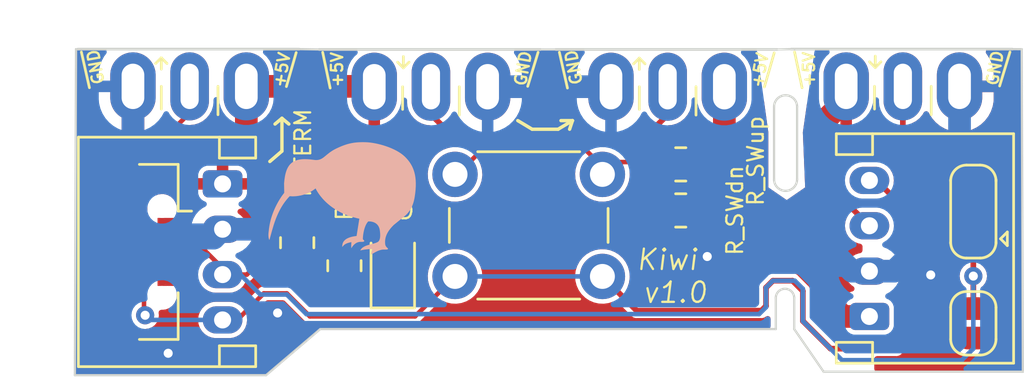
<source format=kicad_pcb>
(kicad_pcb (version 20211014) (generator pcbnew)
  (layers (0 "F.Cu" signal) (31 "B.Cu" signal) (34 "B.Paste" user) (35 "F.Paste" user) (36 "B.SilkS" user "B.Silkscreen") (37 "F.SilkS" user "F.Silkscreen") (38 "B.Mask" user) (39 "F.Mask" user) (44 "Edge.Cuts" user))
  (net 0 "")
  (net 1 "+5V")
  (net 2 "/DATA_OUT")
  (net 3 "GND")
  (net 4 "Net-(U2-Pad2)")
  (net 5 "Net-(D1-Pad1)")
  (net 6 "/DATA_IN")
  (net 7 "Net-(R1-Pad1)")
  (net 9 "/MISC_IO")
  (net 10 "Net-(J2-Pad3)")
  (footprint "Resistor_SMD:R_0805_2012Metric_Pad1.20x1.40mm_HandSolder" (layer "F.Cu") (at 133.5532 73.5584)
    (fp_text reference "R1" hide)
    (fp_text value "R_SWdn" (at 2.3876 0 90) (layer "F.SilkS") (effects (font (size 0.7 0.7) (thickness 0.1))))
    (fp_line (start -0.227064 -0.735) (end 0.227064 -0.735) (layer "F.SilkS") (width 0.12))
    (fp_line (start -0.227064 0.735) (end 0.227064 0.735) (layer "F.SilkS") (width 0.12))
    (pad "1" smd roundrect (at -1 0) (size 1.2 1.4) (layers "F.Cu" "F.Paste" "F.Mask") (roundrect_rratio 0.208333) (net 7 "Net-(R1-Pad1)"))
    (pad "2" smd roundrect (at 1 0) (size 1.2 1.4) (layers "F.Cu" "F.Paste" "F.Mask") (roundrect_rratio 0.208333) (net 3 "GND"))
  )
  (footprint "Jumper:SolderJumper-2_P1.3mm_Open_RoundedPad1.0x1.5mm" (layer "F.Cu") (at 146.4564 78.5368 -90)
    (fp_text reference "JP2" hide)
    (fp_text value "misc_to_data" hide)
    (fp_line (start -0.7 -1) (end 0.7 -1) (layer "F.SilkS") (width 0.12))
    (fp_line (start 1.4 -0.3) (end 1.4 0.3) (layer "F.SilkS") (width 0.12))
    (fp_line (start 0.7 1) (end -0.7 1) (layer "F.SilkS") (width 0.12))
    (fp_line (start -1.4 0.3) (end -1.4 -0.3) (layer "F.SilkS") (width 0.12))
    (fp_arc (start 1.4 0.3) (mid 1.194975 0.794975) (end 0.7 1) (layer "F.SilkS") (width 0.12))
    (fp_arc (start -0.7 1) (mid -1.194975 0.794975) (end -1.4 0.3) (layer "F.SilkS") (width 0.12))
    (fp_arc (start 0.7 -1) (mid 1.194975 -0.794975) (end 1.4 -0.3) (layer "F.SilkS") (width 0.12))
    (fp_arc (start -1.4 -0.3) (mid -1.194975 -0.794975) (end -0.7 -1) (layer "F.SilkS") (width 0.12))
    (pad "1" smd custom (at -0.65 0 270) (size 1 0.5) (layers "F.Cu" "F.Mask") (net 6 "/DATA_IN") (options (clearance outline) (anchor rect)) (primitives (gr_circle (center 0 0.25) (end 0.5 0.25) (width 0) (fill yes)) (gr_circle (center 0 -0.25) (end 0.5 -0.25) (width 0) (fill yes)) (gr_poly (pts (xy 0.5 0.75) (xy 0 0.75) (xy 0 -0.75) (xy 0.5 -0.75)) (width 0) (fill yes))))
    (pad "2" smd custom (at 0.65 0 270) (size 1 0.5) (layers "F.Cu" "F.Mask") (net 9 "/MISC_IO") (options (clearance outline) (anchor rect)) (primitives (gr_circle (center 0 0.25) (end 0.5 0.25) (width 0) (fill yes)) (gr_circle (center 0 -0.25) (end 0.5 -0.25) (width 0) (fill yes)) (gr_poly (pts (xy 0 0.75) (xy -0.5 0.75) (xy -0.5 -0.75) (xy 0 -0.75)) (width 0) (fill yes))))
  )
  (footprint "Button_Switch_THT:SW_PUSH_6mm" (layer "F.Cu") (at 130.0976 76.4688 180)
    (fp_text reference "SW1" hide)
    (fp_text value "SW_Push" hide)
    (fp_line (start 6.75 3) (end 6.75 1.5) (layer "F.SilkS") (width 0.12))
    (fp_line (start -0.25 1.5) (end -0.25 3) (layer "F.SilkS") (width 0.12))
    (fp_line (start 5.5 -1) (end 1 -1) (layer "F.SilkS") (width 0.12))
    (fp_line (start 1 5.5) (end 5.5 5.5) (layer "F.SilkS") (width 0.12))
    (pad "1" thru_hole circle (at 0 0 270) (size 2 2) (drill 1.1) (layers *.Cu *.Mask) (net 9 "/MISC_IO"))
    (pad "1" thru_hole circle (at 6.5 0 270) (size 2 2) (drill 1.1) (layers *.Cu *.Mask) (net 9 "/MISC_IO"))
    (pad "2" thru_hole circle (at 6.5 4.5 270) (size 2 2) (drill 1.1) (layers *.Cu *.Mask) (net 7 "Net-(R1-Pad1)"))
    (pad "2" thru_hole circle (at 0 4.5 270) (size 2 2) (drill 1.1) (layers *.Cu *.Mask) (net 7 "Net-(R1-Pad1)"))
  )
  (footprint "Connector_JST:JST_PH_S4B-PH-K_1x04_P2.00mm_Horizontal" (layer "F.Cu") (at 141.8728 78.2348 90)
    (fp_text reference "J2" hide)
    (fp_text value "Conn_01x04" hide)
    (fp_line (start 7.14 -1.46) (end 7.14 0.14) (layer "F.SilkS") (width 0.12))
    (fp_line (start -1.14 0.14) (end -1.14 -1.46) (layer "F.SilkS") (width 0.12))
    (fp_line (start -2.06 -1.46) (end -2.06 6.36) (layer "F.SilkS") (width 0.12))
    (fp_line (start 8.06 -1.46) (end 7.14 -1.46) (layer "F.SilkS") (width 0.12))
    (fp_line (start 8.06 0.14) (end 7.14 0.14) (layer "F.SilkS") (width 0.12))
    (fp_line (start -2.06 0.14) (end -1.14 0.14) (layer "F.SilkS") (width 0.12))
    (fp_line (start 8.06 6.36) (end 8.06 -1.46) (layer "F.SilkS") (width 0.12))
    (fp_line (start -1.14 -1.46) (end -2.06 -1.46) (layer "F.SilkS") (width 0.12))
    (fp_line (start -2.06 6.36) (end 8.06 6.36) (layer "F.SilkS") (width 0.12))
    (pad "1" thru_hole roundrect (at 0 0 90) (size 1.2 1.75) (drill 0.75) (layers *.Cu *.Mask) (roundrect_rratio 0.208333) (net 1 "+5V"))
    (pad "2" thru_hole oval (at 2 0 90) (size 1.2 1.75) (drill 0.75) (layers *.Cu *.Mask) (net 3 "GND"))
    (pad "3" thru_hole oval (at 4 0 90) (size 1.2 1.75) (drill 0.75) (layers *.Cu *.Mask) (net 10 "Net-(J2-Pad3)"))
    (pad "4" thru_hole oval (at 6 0 90) (size 1.2 1.75) (drill 0.75) (layers *.Cu *.Mask) (net 9 "/MISC_IO"))
  )
  (footprint "WS2812B_connector:WS2812B_strip_in" (layer "F.Cu") (at 143.3481 67.5868)
    (fp_text reference "U4" hide)
    (fp_text value "WS2812B_fromStrip" hide)
    (fp_text user "GND" (at 4.064 -0.3048 80 unlocked) (layer "F.SilkS") (effects (font (size 0.5 0.5) (thickness 0.1))))
    (fp_text user "+5V" (at -4.1402 -0.254 90 unlocked) (layer "F.SilkS") (effects (font (size 0.5 0.5) (thickness 0.1))))
    (fp_line (start -1.25 0.5) (end -1.25 1.5) (layer "F.SilkS") (width 0.12))
    (fp_line (start 4.7244 -1.016) (end 4.2672 0.4826) (layer "F.SilkS") (width 0.12))
    (fp_line (start -4.7752 -1.016) (end -4.445 0.5588) (layer "F.SilkS") (width 0.12))
    (fp_line (start 1.25 0.5) (end 1.25 1.75) (layer "F.SilkS") (width 0.12))
    (fp_line (start -1.2172 -0.3322) (end -1.2172 -0.8322) (layer "F.SilkS") (width 0.12))
    (fp_line (start -0.9672 -0.5822) (end -1.2172 -0.3322) (layer "F.SilkS") (width 0.12))
    (fp_line (start -1.2172 -0.3322) (end -1.4672 -0.5822) (layer "F.SilkS") (width 0.12))
    (fp_line (start -4.928 -1.143) (end 4.826 -1.143) (layer "Edge.Cuts") (width 0.12))
    (pad "1" thru_hole oval (at -2.5 0.5) (size 2 3) (drill oval 1 2) (layers *.Cu *.Mask) (net 1 "+5V"))
    (pad "2" thru_hole oval (at 0 0.5) (size 1.7 3) (drill oval 0.8 2) (layers *.Cu *.Mask) (net 2 "/DATA_OUT"))
    (pad "3" thru_hole oval (at 2.5 0.5) (size 2 3) (drill oval 1 2) (layers *.Cu *.Mask) (net 3 "GND"))
  )
  (footprint "Resistor_SMD:R_0805_2012Metric_Pad1.20x1.40mm_HandSolder" (layer "F.Cu") (at 116.6368 74.9808 90)
    (fp_text reference "R2" hide)
    (fp_text value "R_TERM" (at 3.9624 0.254 90) (layer "F.SilkS") (effects (font (size 0.7 0.7) (thickness 0.1))))
    (fp_line (start -0.227064 -0.735) (end 0.227064 -0.735) (layer "F.SilkS") (width 0.12))
    (fp_line (start -0.227064 0.735) (end 0.227064 0.735) (layer "F.SilkS") (width 0.12))
    (pad "1" smd roundrect (at -1 0 90) (size 1.2 1.4) (layers "F.Cu" "F.Paste" "F.Mask") (roundrect_rratio 0.208333) (net 6 "/DATA_IN"))
    (pad "2" smd roundrect (at 1 0 90) (size 1.2 1.4) (layers "F.Cu" "F.Paste" "F.Mask") (roundrect_rratio 0.208333) (net 3 "GND"))
  )
  (footprint "WS2812B_connector:WS2812B_strip_out" (layer "F.Cu") (at 111.8934 67.5868)
    (fp_text reference "U5" hide)
    (fp_text value "WS2812B_toStrip" hide)
    (fp_text user "+5V" (at 4.064 -0.2286 80 unlocked) (layer "F.SilkS") (effects (font (size 0.5 0.5) (thickness 0.1))))
    (fp_text user "GND" (at -4.1402 -0.3556 100 unlocked) (layer "F.SilkS") (effects (font (size 0.5 0.5) (thickness 0.1))))
    (fp_line (start -1.5 -0.51) (end -1.25 -0.76) (layer "F.SilkS") (width 0.12))
    (fp_line (start 1.25 0.5) (end 1.25 1.75) (layer "F.SilkS") (width 0.12))
    (fp_line (start 4.699 -0.9906) (end 4.2672 0.508) (layer "F.SilkS") (width 0.12))
    (fp_line (start -1.25 -0.76) (end -1 -0.51) (layer "F.SilkS") (width 0.12))
    (fp_line (start -4.7752 -1.016) (end -4.4196 0.5588) (layer "F.SilkS") (width 0.12))
    (fp_line (start -1.25 0.5) (end -1.25 1.5) (layer "F.SilkS") (width 0.12))
    (fp_line (start -1.25 -0.76) (end -1.25 -0.26) (layer "F.SilkS") (width 0.12))
    (fp_line (start -4.928 -1.143) (end 4.826 -1.143) (layer "Edge.Cuts") (width 0.12))
    (pad "1" thru_hole oval (at 2.5 0.5) (size 2 3) (drill oval 1 2) (layers *.Cu *.Mask) (net 1 "+5V"))
    (pad "2" thru_hole oval (at 0 0.5) (size 1.7 3) (drill oval 0.8 2) (layers *.Cu *.Mask) (net 6 "/DATA_IN"))
    (pad "3" thru_hole oval (at -2.5 0.5) (size 2 3) (drill oval 1 2) (layers *.Cu *.Mask) (net 3 "GND"))
  )
  (footprint "WS2812B_connector:WS2812B_strip_out" (layer "F.Cu") (at 132.9754 67.6016)
    (fp_text reference "U7" hide)
    (fp_text value "WS2812B_toStrip" hide)
    (fp_text user "+5V" (at 4.064 -0.2286 80 unlocked) (layer "F.SilkS") (effects (font (size 0.5 0.5) (thickness 0.1))))
    (fp_text user "GND" (at -4.1402 -0.3556 100 unlocked) (layer "F.SilkS") (effects (font (size 0.5 0.5) (thickness 0.1))))
    (fp_line (start 4.699 -0.9906) (end 4.2672 0.508) (layer "F.SilkS") (width 0.12))
    (fp_line (start -1.25 -0.76) (end -1 -0.51) (layer "F.SilkS") (width 0.12))
    (fp_line (start -1.25 -0.76) (end -1.25 -0.26) (layer "F.SilkS") (width 0.12))
    (fp_line (start -1.25 0.5) (end -1.25 1.5) (layer "F.SilkS") (width 0.12))
    (fp_line (start -4.7752 -1.016) (end -4.4196 0.5588) (layer "F.SilkS") (width 0.12))
    (fp_line (start -1.5 -0.51) (end -1.25 -0.76) (layer "F.SilkS") (width 0.12))
    (fp_line (start 1.25 0.5) (end 1.25 1.75) (layer "F.SilkS") (width 0.12))
    (fp_line (start -4.928 -1.143) (end 4.826 -1.143) (layer "Edge.Cuts") (width 0.12))
    (pad "1" thru_hole oval (at 2.5 0.5) (size 2 3) (drill oval 1 2) (layers *.Cu *.Mask) (net 1 "+5V"))
    (pad "2" thru_hole oval (at 0 0.5) (size 1.7 3) (drill oval 0.8 2) (layers *.Cu *.Mask) (net 4 "Net-(U2-Pad2)"))
    (pad "3" thru_hole oval (at -2.5 0.5) (size 2 3) (drill oval 1 2) (layers *.Cu *.Mask) (net 3 "GND"))
  )
  (footprint "LED_SMD:LED_0805_2012Metric_Pad1.15x1.40mm_HandSolder" (layer "F.Cu") (at 120.8532 75.9968 90)
    (fp_text reference "D1" hide)
    (fp_text value "LED" (at 2.413 0) (layer "F.SilkS") (effects (font (size 0.7 0.7) (thickness 0.1))))
    (fp_line (start -1.86 0.96) (end 1 0.96) (layer "F.SilkS") (width 0.12))
    (fp_line (start 1 -0.96) (end -1.86 -0.96) (layer "F.SilkS") (width 0.12))
    (fp_line (start -1.86 -0.96) (end -1.86 0.96) (layer "F.SilkS") (width 0.12))
    (pad "1" smd roundrect (at -1.025 0 90) (size 1.15 1.4) (layers "F.Cu" "F.Paste" "F.Mask") (roundrect_rratio 0.217391) (net 5 "Net-(D1-Pad1)"))
    (pad "2" smd roundrect (at 1.025 0 90) (size 1.15 1.4) (layers "F.Cu" "F.Paste" "F.Mask") (roundrect_rratio 0.217391) (net 1 "+5V"))
  )
  (footprint "Resistor_SMD:R_0805_2012Metric_Pad1.20x1.40mm_HandSolder" (layer "F.Cu") (at 118.7196 75.9968 90)
    (fp_text reference "R3" hide)
    (fp_text value "R_LED" (at 3.556 0 90) (layer "F.SilkS") (effects (font (size 0.7 0.7) (thickness 0.1))))
    (fp_line (start -0.227064 -0.735) (end 0.227064 -0.735) (layer "F.SilkS") (width 0.12))
    (fp_line (start -0.227064 0.735) (end 0.227064 0.735) (layer "F.SilkS") (width 0.12))
    (pad "1" smd roundrect (at -1 0 90) (size 1.2 1.4) (layers "F.Cu" "F.Paste" "F.Mask") (roundrect_rratio 0.208333) (net 5 "Net-(D1-Pad1)"))
    (pad "2" smd roundrect (at 1 0 90) (size 1.2 1.4) (layers "F.Cu" "F.Paste" "F.Mask") (roundrect_rratio 0.208333) (net 3 "GND"))
  )
  (footprint "Connector_JST:JST_PH_S4B-PH-K_1x04_P2.00mm_Horizontal" (layer "F.Cu") (at 113.3464 72.3872 -90)
    (fp_text reference "J1" hide)
    (fp_text value "Conn_01x04" hide)
    (fp_line (start -1.14 -1.46) (end -2.06 -1.46) (layer "F.SilkS") (width 0.12))
    (fp_line (start 8.06 6.36) (end 8.06 -1.46) (layer "F.SilkS") (width 0.12))
    (fp_line (start -2.06 6.36) (end 8.06 6.36) (layer "F.SilkS") (width 0.12))
    (fp_line (start 7.14 -1.46) (end 7.14 0.14) (layer "F.SilkS") (width 0.12))
    (fp_line (start -2.06 0.14) (end -1.14 0.14) (layer "F.SilkS") (width 0.12))
    (fp_line (start -1.14 0.14) (end -1.14 -1.46) (layer "F.SilkS") (width 0.12))
    (fp_line (start 8.06 0.14) (end 7.14 0.14) (layer "F.SilkS") (width 0.12))
    (fp_line (start 8.06 -1.46) (end 7.14 -1.46) (layer "F.SilkS") (width 0.12))
    (fp_line (start -2.06 -1.46) (end -2.06 6.36) (layer "F.SilkS") (width 0.12))
    (pad "1" thru_hole roundrect (at 0 0 270) (size 1.2 1.75) (drill 0.75) (layers *.Cu *.Mask) (roundrect_rratio 0.208333) (net 1 "+5V"))
    (pad "2" thru_hole oval (at 2 0 270) (size 1.2 1.75) (drill 0.75) (layers *.Cu *.Mask) (net 3 "GND"))
    (pad "3" thru_hole oval (at 4 0 270) (size 1.2 1.75) (drill 0.75) (layers *.Cu *.Mask) (net 6 "/DATA_IN"))
    (pad "4" thru_hole oval (at 6 0 270) (size 1.2 1.75) (drill 0.75) (layers *.Cu *.Mask) (net 9 "/MISC_IO"))
  )
  (footprint "Connector_USB_Extra:USB_Micro_MIUSB-F5M-BB-U" (layer "F.Cu") (at 109.728 75.3872 -90)
    (fp_text reference "J3" hide)
    (fp_text value "USB_B_Micro")
    (fp_line (start -3.86 -1.66) (end -1.8 -1.66) (layer "F.SilkS") (width 0.12))
    (fp_line (start -3.86 0.05) (end -3.86 -1.66) (layer "F.SilkS") (width 0.12))
    (fp_line (start 3.86 -1.66) (end 1.8 -1.66) (layer "F.SilkS") (width 0.12))
    (fp_line (start 3.86 0.05) (end 3.86 -1.66) (layer "F.SilkS") (width 0.12))
    (fp_line (start -1.8 -1.66) (end -1.8 -2.25) (layer "F.SilkS") (width 0.12))
    (pad "" np_thru_hole circle (at 1.9 -0.95 270) (size 0.8 0.8) (drill 0.8) (layers F&B.Cu *.Mask))
    (pad "" np_thru_hole circle (at -1.9 -0.95 270) (size 0.8 0.8) (drill 0.8) (layers F&B.Cu *.Mask))
    (pad "1" smd rect (at -1.3 -1.45 270) (size 0.4 1.4) (layers "F.Cu" "F.Paste" "F.Mask") (net 1 "+5V"))
    (pad "2" smd rect (at -0.65 -1.45 270) (size 0.4 1.4) (layers "F.Cu" "F.Paste" "F.Mask") (net 6 "/DATA_IN"))
    (pad "3" smd rect (at 0 -1.45 270) (size 0.4 1.4) (layers "F.Cu" "F.Paste" "F.Mask") (net 9 "/MISC_IO"))
    (pad "4" smd rect (at 0.65 -1.45 270) (size 0.4 1.4) (layers "F.Cu" "F.Paste" "F.Mask"))
    (pad "5" smd rect (at 1.3 -1.45 270) (size 0.4 1.4) (layers "F.Cu" "F.Paste" "F.Mask") (net 3 "GND"))
    (pad "6" smd rect (at -4 1.3 270) (size 1.9 1.9) (layers "F.Cu" "F.Paste" "F.Mask") (net 3 "GND"))
    (pad "6" smd rect (at -1.15 1.3 270) (size 1.8 1.9) (layers "F.Cu" "F.Paste" "F.Mask") (net 3 "GND"))
    (pad "6" smd rect (at 4 1.3 270) (size 1.9 1.9) (layers "F.Cu" "F.Paste" "F.Mask") (net 3 "GND"))
    (pad "6" smd rect (at 1.15 1.3 270) (size 1.8 1.9) (layers "F.Cu" "F.Paste" "F.Mask") (net 3 "GND"))
  )
  (footprint "Resistor_SMD:R_0805_2012Metric_Pad1.20x1.40mm_HandSolder" (layer "F.Cu") (at 133.5532 71.5264 180)
    (fp_text reference "R4" hide)
    (fp_text value "R_SWup" (at -3.302 0.1524 90) (layer "F.SilkS") (effects (font (size 0.7 0.7) (thickness 0.1))))
    (fp_line (start -0.227064 0.735) (end 0.227064 0.735) (layer "F.SilkS") (width 0.12))
    (fp_line (start -0.227064 -0.735) (end 0.227064 -0.735) (layer "F.SilkS") (width 0.12))
    (pad "1" smd roundrect (at -1 0 180) (size 1.2 1.4) (layers "F.Cu" "F.Paste" "F.Mask") (roundrect_rratio 0.208333) (net 1 "+5V"))
    (pad "2" smd roundrect (at 1 0 180) (size 1.2 1.4) (layers "F.Cu" "F.Paste" "F.Mask") (roundrect_rratio 0.208333) (net 7 "Net-(R1-Pad1)"))
  )
  (footprint "Jumper:SolderJumper-3_P1.3mm_Open_RoundedPad1.0x1.5mm" (layer "F.Cu") (at 146.4564 73.6092 90)
    (fp_text reference "JP1" hide)
    (fp_text value "data_in_vs_out" hide)
    (fp_line (start -1.2 1.2) (end -1.5 1.5) (layer "F.SilkS") (width 0.12))
    (fp_line (start -1.4 -1) (end 1.4 -1) (layer "F.SilkS") (width 0.12))
    (fp_line (start 1.4 1) (end -1.4 1) (layer "F.SilkS") (width 0.12))
    (fp_line (start 2.05 -0.3) (end 2.05 0.3) (layer "F.SilkS") (width 0.12))
    (fp_line (start -1.5 1.5) (end -0.9 1.5) (layer "F.SilkS") (width 0.12))
    (fp_line (start -2.05 0.3) (end -2.05 -0.3) (layer "F.SilkS") (width 0.12))
    (fp_line (start -1.2 1.2) (end -0.9 1.5) (layer "F.SilkS") (width 0.12))
    (fp_arc (start -1.35 1) (mid -1.844975 0.794975) (end -2.05 0.3) (layer "F.SilkS") (width 0.12))
    (fp_arc (start 1.35 -1) (mid 1.844975 -0.794975) (end 2.05 -0.3) (layer "F.SilkS") (width 0.12))
    (fp_arc (start -2.05 -0.3) (mid -1.844975 -0.794975) (end -1.35 -1) (layer "F.SilkS") (width 0.12))
    (fp_arc (start 2.05 0.3) (mid 1.844975 0.794975) (end 1.35 1) (layer "F.SilkS") (width 0.12))
    (pad "1" smd custom (at -1.3 0 90) (size 1 0.5) (layers "F.Cu" "F.Mask") (net 6 "/DATA_IN") (options (clearance outline) (anchor rect)) (primitives (gr_circle (center 0 0.25) (end 0.5 0.25) (width 0) (fill yes)) (gr_circle (center 0 -0.25) (end 0.5 -0.25) (width 0) (fill yes)) (gr_poly (pts (xy 0.55 0.75) (xy 0 0.75) (xy 0 -0.75) (xy 0.55 -0.75)) (width 0) (fill yes))))
    (pad "2" smd rect (at 0 0 90) (size 1 1.5) (layers "F.Cu" "F.Mask") (net 10 "Net-(J2-Pad3)"))
    (pad "3" smd custom (at 1.3 0 90) (size 1 0.5) (layers "F.Cu" "F.Mask") (net 2 "/DATA_OUT") (options (clearance outline) (anchor rect)) (primitives (gr_circle (center 0 0.25) (end 0.5 0.25) (width 0) (fill yes)) (gr_circle (center 0 -0.25) (end 0.5 -0.25) (width 0) (fill yes)) (gr_poly (pts (xy 0 0.75) (xy -0.55 0.75) (xy -0.55 -0.75) (xy 0 -0.75)) (width 0) (fill yes))))
  )
  (footprint "WS2812B_connector:WS2812B_strip_in" (layer "F.Cu") (at 122.536 67.6016)
    (fp_text reference "U2" hide)
    (fp_text value "WS2812B_fromStrip" hide)
    (fp_text user "GND" (at 4.064 -0.3048 80 unlocked) (layer "F.SilkS") (effects (font (size 0.5 0.5) (thickness 0.1))))
    (fp_text user "+5V" (at -4.1402 -0.254 90 unlocked) (layer "F.SilkS") (effects (font (size 0.5 0.5) (thickness 0.1))))
    (fp_line (start 1.25 0.5) (end 1.25 1.75) (layer "F.SilkS") (width 0.12))
    (fp_line (start -4.7752 -1.016) (end -4.445 0.5588) (layer "F.SilkS") (width 0.12))
    (fp_line (start -0.9672 -0.5822) (end -1.2172 -0.3322) (layer "F.SilkS") (width 0.12))
    (fp_line (start -1.2172 -0.3322) (end -1.2172 -0.8322) (layer "F.SilkS") (width 0.12))
    (fp_line (start -1.2172 -0.3322) (end -1.4672 -0.5822) (layer "F.SilkS") (width 0.12))
    (fp_line (start -1.25 0.5) (end -1.25 1.5) (layer "F.SilkS") (width 0.12))
    (fp_line (start 4.7244 -1.016) (end 4.2672 0.4826) (layer "F.SilkS") (width 0.12))
    (fp_line (start -4.928 -1.143) (end 4.826 -1.143) (layer "Edge.Cuts") (width 0.12))
    (pad "1" thru_hole oval (at -2.5 0.5) (size 2 3) (drill oval 1 2) (layers *.Cu *.Mask) (net 1 "+5V"))
    (pad "2" thru_hole oval (at 0 0.5) (size 1.7 3) (drill oval 0.8 2) (layers *.Cu *.Mask) (net 4 "Net-(U2-Pad2)"))
    (pad "3" thru_hole oval (at 2.5 0.5) (size 2 3) (drill oval 1 2) (layers *.Cu *.Mask) (net 3 "GND"))
  )
  (gr_poly (pts (xy 119.660705 70.549296) (xy 119.755701 70.554369) (xy 119.857761 70.564472) (xy 119.965737 70.579522) (xy 120.078484 70.599436) (xy 120.194857 70.624131) (xy 120.31371 70.653525) (xy 120.433896 70.687533) (xy 120.554269 70.726074) (xy 120.673685 70.769063) (xy 120.790997 70.816419) (xy 120.905059 70.868058) (xy 121.014725 70.923896) (xy 121.118849 70.983852) (xy 121.216287 71.047841) (xy 121.305891 71.115782) (xy 121.386516 71.18759) (xy 121.459389 71.262392) (xy 121.526718 71.339843) (xy 121.588383 71.420402) (xy 121.644261 71.504532) (xy 121.694234 71.592694) (xy 121.738178 71.68535) (xy 121.775975 71.782962) (xy 121.807501 71.885991) (xy 121.832638 71.994898) (xy 121.851263 72.110146) (xy 121.863256 72.232195) (xy 121.868496 72.361509) (xy 121.866862 72.498547) (xy 121.858233 72.643772) (xy 121.842488 72.797645) (xy 121.819506 72.960629) (xy 121.806513 73.034287) (xy 121.791591 73.10405) (xy 121.774832 73.170082) (xy 121.756325 73.232547) (xy 121.736161 73.291609) (xy 121.71443 73.347432) (xy 121.691222 73.40018) (xy 121.666629 73.450016) (xy 121.640739 73.497105) (xy 121.613644 73.541611) (xy 121.585434 73.583698) (xy 121.556199 73.623529) (xy 121.526029 73.661269) (xy 121.495016 73.697082) (xy 121.430817 73.763581) (xy 120.895383 74.199077) (xy 120.837475 74.257915) (xy 120.785061 74.315566) (xy 120.737945 74.372111) (xy 120.695929 74.427627) (xy 120.658814 74.482195) (xy 120.626404 74.535894) (xy 120.598501 74.588801) (xy 120.574907 74.640997) (xy 120.555424 74.692561) (xy 120.539855 74.743571) (xy 120.528002 74.794106) (xy 120.519667 74.844247) (xy 120.514653 74.894071) (xy 120.512762 74.943658) (xy 120.513796 74.993087) (xy 120.517558 75.042436) (xy 120.519262 75.055538) (xy 120.521587 75.068028) (xy 120.524485 75.079928) (xy 120.527908 75.091257) (xy 120.531808 75.102033) (xy 120.536136 75.112278) (xy 120.540845 75.12201) (xy 120.545885 75.13125) (xy 120.55121 75.140016) (xy 120.556769 75.148328) (xy 120.562516 75.156207) (xy 120.568402 75.163671) (xy 120.574378 75.17074) (xy 120.580397 75.177435) (xy 120.592369 75.189776) (xy 120.603932 75.200853) (xy 120.6147 75.210821) (xy 120.624286 75.219839) (xy 120.632305 75.228062) (xy 120.635606 75.231925) (xy 120.63837 75.235648) (xy 120.64055 75.239251) (xy 120.642096 75.242754) (xy 120.642962 75.246176) (xy 120.643097 75.249537) (xy 120.642455 75.252856) (xy 120.640986 75.256153) (xy 120.638254 75.260244) (xy 120.635055 75.263935) (xy 120.631406 75.267245) (xy 120.627325 75.270193) (xy 120.62283 75.2728) (xy 120.617939 75.275085) (xy 120.607038 75.278766) (xy 120.594764 75.281392) (xy 120.581259 75.28312) (xy 120.566663 75.284106) (xy 120.551119 75.284505) (xy 120.517752 75.284169) (xy 120.482289 75.283361) (xy 120.445864 75.28333) (xy 120.427644 75.283995) (xy 120.409609 75.285324) (xy 120.390005 75.287593) (xy 120.370423 75.290578) (xy 120.350884 75.294237) (xy 120.331409 75.298526) (xy 120.292734 75.308827) (xy 120.254567 75.321142) (xy 120.217074 75.335131) (xy 120.180423 75.350455) (xy 120.144781 75.366774) (xy 120.110315 75.383749) (xy 120.077194 75.40104) (xy 120.045584 75.418308) (xy 119.987569 75.451416) (xy 119.937609 75.480357) (xy 119.916069 75.492416) (xy 119.897044 75.502414) (xy 119.898716 75.486793) (xy 119.900739 75.471253) (xy 119.905726 75.44039) (xy 119.911792 75.409769) (xy 119.918724 75.379334) (xy 119.926306 75.349029) (xy 119.934326 75.318798) (xy 119.950821 75.258336) (xy 119.883563 75.261181) (xy 119.816494 75.264987) (xy 119.749634 75.270025) (xy 119.683004 75.276568) (xy 119.616626 75.284887) (xy 119.55052 75.295255) (xy 119.484706 75.307944) (xy 119.419207 75.323225) (xy 119.430449 75.300509) (xy 119.443356 75.279162) (xy 119.457835 75.259122) (xy 119.473796 75.240328) (xy 119.491148 75.222717) (xy 119.5098 75.206227) (xy 119.529661 75.190798) (xy 119.55064 75.176366) (xy 119.59559 75.150247) (xy 119.643921 75.127375) (xy 119.694906 75.107255) (xy 119.747819 75.089391) (xy 119.801932 75.073287) (xy 119.856517 75.058448) (xy 119.964196 75.030582) (xy 120.015836 75.016564) (xy 120.065039 75.001828) (xy 120.111078 74.985878) (xy 120.153227 74.96822) (xy 120.178659 74.956123) (xy 120.192808 74.947792) (xy 120.207412 74.937227) (xy 120.222095 74.923895) (xy 120.236482 74.907262) (xy 120.250196 74.886794) (xy 120.262863 74.861957) (xy 120.274107 74.832219) (xy 120.283552 74.797045) (xy 120.290822 74.755902) (xy 120.295543 74.708255) (xy 120.297339 74.653572) (xy 120.295833 74.591318) (xy 120.290651 74.52096) (xy 120.281417 74.441964) (xy 120.274604 74.401644) (xy 120.265652 74.364112) (xy 120.254716 74.329267) (xy 120.24195 74.297012) (xy 120.22751 74.267247) (xy 120.211548 74.239874) (xy 120.194221 74.214794) (xy 120.175681 74.191908) (xy 120.156084 74.171117) (xy 120.135583 74.152323) (xy 120.114335 74.135426) (xy 120.092491 74.120328) (xy 120.070209 74.10693) (xy 120.04764 74.095133) (xy 120.024941 74.084838) (xy 120.002265 74.075946) (xy 119.979767 74.068359) (xy 119.957602 74.061978) (xy 119.914885 74.052438) (xy 119.875351 74.046534) (xy 119.840235 74.043477) (xy 119.810772 74.042475) (xy 119.788197 74.042739) (xy 119.768655 74.043899) (xy 119.750763 74.064181) (xy 119.733759 74.085744) (xy 119.717623 74.108482) (xy 119.702333 74.132293) (xy 119.687868 74.157073) (xy 119.674207 74.182717) (xy 119.649214 74.236184) (xy 119.627186 74.291866) (xy 119.607955 74.348931) (xy 119.591353 74.40655) (xy 119.577212 74.463891) (xy 119.565364 74.520126) (xy 119.555641 74.574424) (xy 119.547874 74.625955) (xy 119.541897 74.673888) (xy 119.534636 74.755641) (xy 119.532514 74.813042) (xy 119.532751 74.817213) (xy 119.533439 74.821215) (xy 119.534544 74.825057) (xy 119.536028 74.82875) (xy 119.537859 74.832307) (xy 119.54 74.835739) (xy 119.542417 74.839055) (xy 119.545075 74.842268) (xy 119.547938 74.845389) (xy 119.550971 74.848428) (xy 119.557409 74.854307) (xy 119.570788 74.865578) (xy 119.577168 74.871149) (xy 119.582967 74.876794) (xy 119.585561 74.879672) (xy 119.587905 74.882603) (xy 119.589963 74.885597) (xy 119.591702 74.888665) (xy 119.593084 74.891819) (xy 119.594076 74.895069) (xy 119.594643 74.898427) (xy 119.594748 74.901904) (xy 119.594358 74.905511) (xy 119.593437 74.909258) (xy 119.591951 74.913158) (xy 119.589863 74.917222) (xy 119.587384 74.920942) (xy 119.584461 74.924301) (xy 119.581112 74.927318) (xy 119.577353 74.930011) (xy 119.573203 74.932398) (xy 119.56868 74.934497) (xy 119.558581 74.937906) (xy 119.547198 74.940383) (xy 119.53467 74.942075) (xy 119.521138 74.943128) (xy 119.506743 74.943688) (xy 119.443333 74.943927) (xy 119.426725 74.944217) (xy 119.410096 74.944892) (xy 119.393587 74.946097) (xy 119.377337 74.947979) (xy 119.350976 74.952713) (xy 119.325045 74.959305) (xy 119.299575 74.967723) (xy 119.274596 74.977937) (xy 119.250137 74.989916) (xy 119.22623 75.003629) (xy 119.202904 75.019046) (xy 119.180189 75.036135) (xy 119.158117 75.054866) (xy 119.136716 75.075208) (xy 119.116018 75.09713) (xy 119.096052 75.120601) (xy 119.076849 75.145591) (xy 119.058439 75.172069) (xy 119.040852 75.200003) (xy 119.024118 75.229364) (xy 119.021982 75.195009) (xy 119.020611 75.160695) (xy 119.019971 75.126404) (xy 119.020025 75.092119) (xy 119.02074 75.057826) (xy 119.022081 75.023507) (xy 119.024012 74.989145) (xy 119.026499 74.954726) (xy 118.966532 74.968369) (xy 118.937255 74.975533) (xy 118.908525 74.983165) (xy 118.880398 74.991443) (xy 118.852932 75.000547) (xy 118.826182 75.010655) (xy 118.800206 75.021947) (xy 118.77506 75.034602) (xy 118.750801 75.048798) (xy 118.739022 75.056531) (xy 118.727485 75.064716) (xy 118.716199 75.073375) (xy 118.70517 75.082533) (xy 118.694405 75.09221) (xy 118.683911 75.102429) (xy 118.673696 75.113212) (xy 118.663767 75.124583) (xy 118.65413 75.136562) (xy 118.644792 75.149174) (xy 118.635761 75.162439) (xy 118.627045 75.176381) (xy 118.625026 75.142653) (xy 118.62538 75.110501) (xy 118.628008 75.079884) (xy 118.632814 75.050764) (xy 118.6397 75.023101) (xy 118.648569 74.996858) (xy 118.659322 74.971995) (xy 118.671864 74.948473) (xy 118.686095 74.926252) (xy 118.70192 74.905295) (xy 118.71924 74.885561) (xy 118.737958 74.867013) (xy 118.757976 74.84961) (xy 118.779198 74.833315) (xy 118.801526 74.818088) (xy 118.824862 74.803889) (xy 118.87417 74.778424) (xy 118.926342 74.756606) (xy 118.9806 74.738126) (xy 119.036164 74.722669) (xy 119.092254 74.709926) (xy 119.148092 74.699583) (xy 119.202898 74.691329) (xy 119.255893 74.684852) (xy 119.377337 73.922455) (xy 119.241209 73.892522) (xy 119.111061 73.858566) (xy 118.986785 73.820912) (xy 118.868272 73.779887) (xy 118.755413 73.735817) (xy 118.648099 73.689029) (xy 118.546222 73.639847) (xy 118.449672 73.588599) (xy 118.358341 73.535611) (xy 118.272121 73.481209) (xy 118.190901 73.425719) (xy 118.114574 73.369467) (xy 118.043031 73.312779) (xy 117.976162 73.255982) (xy 117.91386 73.199402) (xy 117.856015 73.143365) (xy 117.802519 73.088196) (xy 117.753263 73.034224) (xy 117.667034 72.931169) (xy 117.596459 72.836809) (xy 117.540667 72.753754) (xy 117.498789 72.684614) (xy 117.469953 72.631997) (xy 117.447929 72.586773) (xy 117.398114 72.625396) (xy 117.347949 72.661119) (xy 117.297558 72.694053) (xy 117.24707 72.724307) (xy 117.196611 72.751991) (xy 117.146308 72.777214) (xy 117.096287 72.800087) (xy 117.046676 72.820718) (xy 116.997601 72.839219) (xy 116.949188 72.855697) (xy 116.901565 72.870264) (xy 116.854858 72.883029) (xy 116.809195 72.894102) (xy 116.7647 72.903592) (xy 116.679728 72.918263) (xy 116.600955 72.92792) (xy 116.529396 72.933442) (xy 116.466064 72.935705) (xy 116.411974 72.935589) (xy 116.335572 72.931727) (xy 116.308303 72.928879) (xy 116.254086 72.985931) (xy 116.202301 73.04431) (xy 116.105732 73.16461) (xy 116.018003 73.288891) (xy 115.938524 73.416263) (xy 115.866703 73.545839) (xy 115.801951 73.67673) (xy 115.743675 73.808047) (xy 115.691286 73.938901) (xy 115.644192 74.068404) (xy 115.601801 74.195668) (xy 115.528769 74.439922) (xy 115.413151 74.862454) (xy 115.40596 74.850636) (xy 115.399507 74.837935) (xy 115.39376 74.824433) (xy 115.388684 74.810212) (xy 115.384246 74.795355) (xy 115.380413 74.779945) (xy 115.377152 74.764064) (xy 115.374428 74.747794) (xy 115.37046 74.71442) (xy 115.368241 74.680484) (xy 115.367504 74.646645) (xy 115.367982 74.613564) (xy 115.369406 74.581901) (xy 115.371508 74.552318) (xy 115.376679 74.502029) (xy 115.383385 74.455459) (xy 115.392952 74.365058) (xy 115.405296 74.276334) (xy 115.420215 74.189366) (xy 115.437506 74.104231) (xy 115.456968 74.021007) (xy 115.478399 73.939774) (xy 115.501597 73.860609) (xy 115.52636 73.78359) (xy 115.552485 73.708795) (xy 115.579771 73.636303) (xy 115.608015 73.566193) (xy 115.637016 73.498541) (xy 115.666572 73.433428) (xy 115.696481 73.370929) (xy 115.756547 73.254093) (xy 115.8156 73.148659) (xy 115.872022 73.055251) (xy 115.924198 72.974498) (xy 115.970512 72.907023) (xy 116.039088 72.814414) (xy 116.06482 72.782432) (xy 116.061664 72.586772) (xy 117.447929 72.586772) (xy 117.447929 72.586773) (xy 117.447929 72.586772) (xy 116.061664 72.586772) (xy 116.058073 72.364126) (xy 116.074339 72.199817) (xy 116.097285 72.050645) (xy 116.111424 71.981613) (xy 116.127425 71.916217) (xy 116.145353 71.85441) (xy 116.165272 71.796142) (xy 116.187247 71.741363) (xy 116.21134 71.690026) (xy 116.237617 71.64208) (xy 116.266142 71.597477) (xy 116.296978 71.556168) (xy 116.33019 71.518103) (xy 116.365842 71.483234) (xy 116.403999 71.451512) (xy 116.444724 71.422887) (xy 116.488082 71.39731) (xy 116.534136 71.374733) (xy 116.582952 71.355106) (xy 116.634592 71.33838) (xy 116.689122 71.324507) (xy 116.746605 71.313437) (xy 116.807106 71.305121) (xy 116.870689 71.29951) (xy 116.937418 71.296555) (xy 117.080569 71.298416) (xy 117.237075 71.310314) (xy 117.407448 71.331854) (xy 117.443152 71.334673) (xy 117.477023 71.335586) (xy 117.509206 71.334667) (xy 117.539842 71.331986) (xy 117.569077 71.327615) (xy 117.597052 71.321625) (xy 117.623912 71.314089) (xy 117.649799 71.305078) (xy 117.674857 71.294664) (xy 117.699228 71.282918) (xy 117.723057 71.269913) (xy 117.746486 71.255718) (xy 117.79272 71.224052) (xy 117.839074 71.188493) (xy 117.936731 71.107988) (xy 117.990326 71.064189) (xy 118.048627 71.01879) (xy 118.11278 70.972365) (xy 118.183931 70.925487) (xy 118.222489 70.902057) (xy 118.263226 70.878729) (xy 118.306286 70.855574) (xy 118.351812 70.832664) (xy 118.443451 70.789307) (xy 118.531474 70.7502) (xy 118.616373 70.715164) (xy 118.698643 70.684022) (xy 118.778779 70.656597) (xy 118.857274 70.632709) (xy 118.934622 70.612182) (xy 119.011319 70.594837) (xy 119.087857 70.580497) (xy 119.164731 70.568983) (xy 119.242435 70.560118) (xy 119.321464 70.553723) (xy 119.402311 70.549622) (xy 119.485471 70.547635) (xy 119.571438 70.547586)) (layer "B.SilkS") (width 0) (fill solid))
  (gr_line (start 128.778 69.596) (end 128.27 69.596) (layer "F.SilkS") (width 0.15))
  (gr_line (start 127 69.977) (end 128.143 69.977) (layer "F.SilkS") (width 0.15))
  (gr_line (start 115.9637 69.4944) (end 116.2685 69.7484) (layer "F.SilkS") (width 0.15))
  (gr_line (start 126.365 69.596) (end 127 69.977) (layer "F.SilkS") (width 0.15))
  (gr_line (start 115.4303 71.3994) (end 115.9637 70.9422) (layer "F.SilkS") (width 0.15))
  (gr_line (start 115.9637 70.9422) (end 115.9637 69.4944) (layer "F.SilkS") (width 0.15))
  (gr_line (start 128.778 69.596) (end 128.651 69.977) (layer "F.SilkS") (width 0.15))
  (gr_line (start 115.9637 69.4944) (end 115.6589 69.7484) (layer "F.SilkS") (width 0.15))
  (gr_line (start 128.143 69.977) (end 128.778 69.596) (layer "F.SilkS") (width 0.15))
  (gr_line (start 148.6408 80.6704) (end 139.8524 80.6704) (layer "Edge.Cuts") (width 0.1))
  (gr_arc (start 138.684 72.1868) (mid 138.176 72.6948) (end 137.668 72.1868) (layer "Edge.Cuts") (width 0.1))
  (gr_line (start 138.557 78.7908) (end 138.557 77.4192) (layer "Edge.Cuts") (width 0.1))
  (gr_line (start 116.7194 66.4438) (end 117.608 66.4586) (layer "Edge.Cuts") (width 0.1))
  (gr_line (start 106.8832 66.4438) (end 106.8324 80.8228) (layer "Edge.Cuts") (width 0.1))
  (gr_line (start 106.8832 66.4438) (end 106.9654 66.4438) (layer "Edge.Cuts") (width 0.1))
  (gr_line (start 148.6408 80.6704) (end 148.59 66.4464) (layer "Edge.Cuts") (width 0.1))
  (gr_line (start 138.684 72.1868) (end 138.684 68.9864) (layer "Edge.Cuts") (width 0.1))
  (gr_line (start 115.2652 80.8228) (end 117.6528 78.7908) (layer "Edge.Cuts") (width 0.1))
  (gr_line (start 137.7442 77.4192) (end 137.7442 78.7908) (layer "Edge.Cuts") (width 0.1))
  (gr_line (start 127.362 66.4586) (end 128.0474 66.4586) (layer "Edge.Cuts") (width 0.1))
  (gr_line (start 148.1741 66.4438) (end 148.59 66.4464) (layer "Edge.Cuts") (width 0.1))
  (gr_line (start 137.668 68.9864) (end 137.668 72.1868) (layer "Edge.Cuts") (width 0.1))
  (gr_line (start 139.8524 80.6704) (end 138.557 78.7908) (layer "Edge.Cuts") (width 0.1))
  (gr_arc (start 137.7442 77.4192) (mid 138.1506 77.0128) (end 138.557 77.4192) (layer "Edge.Cuts") (width 0.1))
  (gr_arc (start 137.668 68.9864) (mid 138.176 68.4784) (end 138.684 68.9864) (layer "Edge.Cuts") (width 0.1))
  (gr_line (start 137.7442 78.7908) (end 117.6528 78.7908) (layer "Edge.Cuts") (width 0.1))
  (gr_line (start 106.8324 80.8228) (end 115.2652 80.8228) (layer "Edge.Cuts") (width 0.1))
  (gr_line (start 137.8014 66.4586) (end 138.4201 66.4438) (layer "Edge.Cuts") (width 0.1))
  (gr_text "Kiwi \nv1.0" (at 133.2992 76.454) (layer "F.SilkS") (effects (font (size 0.9 0.9) (thickness 0.1) italic)))
  (segment (start 111.6076 71.374) (end 112.3778 70.6038) (width 0.4) (layer "F.Cu") (net 1))
  (segment (start 114.3934 68.0868) (end 120.0212 68.0868) (width 1) (layer "F.Cu") (net 1))
  (segment (start 120.4976 72.0852) (end 115.8748 72.0852) (width 1) (layer "F.Cu") (net 1))
  (segment (start 140.0556 76.531078) (end 136.8044 73.279878) (width 1) (layer "F.Cu") (net 1))
  (segment (start 130.683 74.295) (end 133.4008 77.0128) (width 1) (layer "F.Cu") (net 1))
  (segment (start 135.4754 68.1016) (end 135.4754 69.8926) (width 1) (layer "F.Cu") (net 1))
  (segment (start 112.3778 70.6038) (end 114.3934 70.6038) (width 0.4) (layer "F.Cu") (net 1))
  (segment (start 113.3464 72.3872) (end 115.5728 72.3872) (width 0.4) (layer "F.Cu") (net 1))
  (segment (start 138.606922 74.905478) (end 139.6492 73.8632) (width 1) (layer "F.Cu") (net 1))
  (segment (start 139.6492 69.85) (end 140.8481 68.6511) (width 1) (layer "F.Cu") (net 1))
  (segment (start 114.3934 70.6038) (end 114.3934 68.0868) (width 1) (layer "F.Cu") (net 1))
  (segment (start 134.9756 77.0128) (end 137.082922 74.905478) (width 1) (layer "F.Cu") (net 1))
  (segment (start 120.8532 73.4568) (end 121.3612 72.9488) (width 0.2) (layer "F.Cu") (net 1))
  (segment (start 141.8728 78.2348) (end 140.7188 78.2348) (width 1) (layer "F.Cu") (net 1))
  (segment (start 115.5728 72.3872) (end 115.8748 72.0852) (width 0.4) (layer "F.Cu") (net 1))
  (segment (start 136.398 71.2216) (end 136.8044 71.2216) (width 0.2) (layer "F.Cu") (net 1))
  (segment (start 120.4976 72.0852) (end 121.3612 72.9488) (width 1) (layer "F.Cu") (net 1))
  (segment (start 133.4008 77.0128) (end 134.9756 77.0128) (width 1) (layer "F.Cu") (net 1))
  (segment (start 122.7074 74.295) (end 130.683 74.295) (width 1) (layer "F.Cu") (net 1))
  (segment (start 136.0932 71.5264) (end 136.398 71.2216) (width 0.2) (layer "F.Cu") (net 1))
  (segment (start 115.8748 72.0852) (end 114.3934 70.6038) (width 1) (layer "F.Cu") (net 1))
  (segment (start 134.5532 71.5264) (end 136.0932 71.5264) (width 0.2) (layer "F.Cu") (net 1))
  (segment (start 121.3612 72.9488) (end 122.7074 74.295) (width 1) (layer "F.Cu") (net 1))
  (segment (start 135.4754 69.8926) (end 136.8044 71.2216) (width 1) (layer "F.Cu") (net 1))
  (segment (start 140.7188 78.2348) (end 140.0556 77.5716) (width 1) (layer "F.Cu") (net 1))
  (segment (start 139.6492 73.8632) (end 139.6492 69.85) (width 1) (layer "F.Cu") (net 1))
  (segment (start 140.0556 77.5716) (end 140.0556 76.531078) (width 1) (layer "F.Cu") (net 1))
  (segment (start 137.082922 74.905478) (end 138.606922 74.905478) (width 1) (layer "F.Cu") (net 1))
  (segment (start 136.8044 73.279878) (end 136.8044 71.2216) (width 1) (layer "F.Cu") (net 1))
  (segment (start 111.6076 73.7108) (end 111.6076 73.8632) (width 0.4) (layer "F.Cu") (net 1))
  (segment (start 120.8532 74.9718) (end 120.8532 73.4568) (width 0.2) (layer "F.Cu") (net 1))
  (segment (start 111.6076 73.7108) (end 111.6076 71.374) (width 0.4) (layer "F.Cu") (net 1))
  (segment (start 143.3481 70.2469) (end 143.3481 68.0868) (width 0.25) (layer "F.Cu") (net 2))
  (segment (start 145.4104 72.3092) (end 143.3481 70.2469) (width 0.25) (layer "F.Cu") (net 2))
  (segment (start 146.4564 72.3092) (end 145.4104 72.3092) (width 0.25) (layer "F.Cu") (net 2))
  (segment (start 111.528001 78.311599) (end 110.8964 78.9432) (width 0.4) (layer "F.Cu") (net 3))
  (segment (start 110.8964 79.3496) (end 110.8964 78.9432) (width 0.4) (layer "F.Cu") (net 3))
  (segment (start 134.5532 75.422) (end 134.7216 75.5904) (width 0.2) (layer "F.Cu") (net 3))
  (segment (start 110.8588 79.3872) (end 108.428 79.3872) (width 0.4) (layer "F.Cu") (net 3))
  (segment (start 110.8964 79.8576) (end 110.8964 79.3496) (width 0.4) (layer "F.Cu") (net 3))
  (segment (start 114.6904 74.3872) (end 115.1128 73.9648) (width 0.2) (layer "F.Cu") (net 3))
  (segment (start 116.856 73.9808) (end 117.872 74.9968) (width 0.2) (layer "F.Cu") (net 3))
  (segment (start 115.1128 73.9648) (end 116.6208 73.9648) (width 0.2) (layer "F.Cu") (net 3))
  (segment (start 109.3934 68.0868) (end 109.3934 70.4218) (width 1) (layer "F.Cu") (net 3))
  (segment (start 117.872 74.9968) (end 118.7196 74.9968) (width 0.2) (layer "F.Cu") (net 3))
  (segment (start 111.528001 76.935117) (end 111.528001 78.311599) (width 0.4) (layer "F.Cu") (net 3))
  (segment (start 113.9952 79.8576) (end 115.7732 78.0796) (width 0.4) (layer "F.Cu") (net 3))
  (segment (start 110.8964 79.3496) (end 110.8588 79.3872) (width 0.4) (layer "F.Cu") (net 3))
  (segment (start 108.428 71.3872) (end 108.428 79.3872) (width 0.5) (layer "F.Cu") (net 3))
  (segment (start 113.3464 74.3872) (end 114.6904 74.3872) (width 0.2) (layer "F.Cu") (net 3))
  (segment (start 109.3934 70.4218) (end 108.428 71.3872) (width 1) (layer "F.Cu") (net 3))
  (segment (start 134.5532 73.5584) (end 134.5532 75.422) (width 0.2) (layer "F.Cu") (net 3))
  (segment (start 110.8964 79.8576) (end 113.9952 79.8576) (width 0.4) (layer "F.Cu") (net 3))
  (via (at 115.7732 78.0796) (size 0.8) (drill 0.4) (layers "F.Cu" "B.Cu") (net 3))
  (via (at 110.9472 79.8576) (size 0.8) (drill 0.4) (layers "F.Cu" "B.Cu") (net 3))
  (via (at 144.5768 76.4032) (size 0.8) (drill 0.4) (layers "F.Cu" "B.Cu") (net 3))
  (via (at 134.7216 75.5904) (size 0.8) (drill 0.4) (layers "F.Cu" "B.Cu") (net 3))
  (segment (start 126.873 74.295) (end 126.873 71.501) (width 1) (layer "B.Cu") (net 3))
  (segment (start 109.3934 68.0868) (end 109.3934 74.2906) (width 1) (layer "B.Cu") (net 3))
  (segment (start 134.382 74.3872) (end 134.382 75.2508) (width 1) (layer "B.Cu") (net 3))
  (segment (start 137.4996 74.3872) (end 139.2588 74.3872) (width 1) (layer "B.Cu") (net 3))
  (segment (start 141.8728 76.2348) (end 142.9672 76.2348) (width 1) (layer "B.Cu") (net 3))
  (segment (start 126.873 71.501) (end 127.762 70.612) (width 1) (layer "B.Cu") (net 3))
  (segment (start 134.382 75.2508) (end 134.7216 75.5904) (width 1) (layer "B.Cu") (net 3))
  (segment (start 109.8804 74.7776) (end 112.956 74.7776) (width 1) (layer "B.Cu") (net 3))
  (segment (start 113.3464 74.3872) (end 134.382 74.3872) (width 1) (layer "B.Cu") (net 3))
  (segment (start 127.8594 68.1016) (end 130.4754 68.1016) (width 1) (layer "B.Cu") (net 3))
  (segment (start 109.3934 74.2906) (end 109.8804 74.7776) (width 1) (layer "B.Cu") (net 3))
  (segment (start 112.956 74.7776) (end 113.3464 74.3872) (width 1) (layer "B.Cu") (net 3))
  (segment (start 145.8481 73.3539) (end 145.8481 68.0868) (width 1) (layer "B.Cu") (net 3))
  (segment (start 141.1064 76.2348) (end 139.2588 74.3872) (width 1) (layer "B.Cu") (net 3))
  (segment (start 141.8728 76.2348) (end 141.1064 76.2348) (width 1) (layer "B.Cu") (net 3))
  (segment (start 127.8594 68.1016) (end 125.036 68.1016) (width 1) (layer "B.Cu") (net 3))
  (segment (start 127.762 70.612) (end 127.762 68.199) (width 1) (layer "B.Cu") (net 3))
  (segment (start 127.762 68.199) (end 127.8594 68.1016) (width 1) (layer "B.Cu") (net 3))
  (segment (start 142.9672 76.2348) (end 145.8481 73.3539) (width 1) (layer "B.Cu") (net 3))
  (segment (start 134.382 74.3872) (end 137.4996 74.3872) (width 1) (layer "B.Cu") (net 3))
  (segment (start 122.536 69.323) (end 123.444 70.231) (width 0.25) (layer "F.Cu") (net 4))
  (segment (start 132.08 70.231) (end 132.9754 69.3356) (width 0.25) (layer "F.Cu") (net 4))
  (segment (start 123.444 70.231) (end 132.08 70.231) (width 0.25) (layer "F.Cu") (net 4))
  (segment (start 118.7196 76.9968) (end 120.8282 76.9968) (width 0.2) (layer "F.Cu") (net 5))
  (segment (start 111.9736 74.7372) (end 113.3464 76.11) (width 0.2) (layer "F.Cu") (net 6))
  (segment (start 109.927999 74.367999) (end 109.927999 71.224801) (width 0.2) (layer "F.Cu") (net 6))
  (segment (start 111.178 74.7372) (end 110.2972 74.7372) (width 0.2) (layer "F.Cu") (net 6))
  (segment (start 114.4176 76.3872) (end 114.824 75.9808) (width 0.2) (layer "F.Cu") (net 6))
  (segment (start 110.2972 74.7372) (end 109.927999 74.367999) (width 0.2) (layer "F.Cu") (net 6))
  (segment (start 109.927999 71.224801) (end 111.8934 69.2594) (width 0.2) (layer "F.Cu") (net 6))
  (segment (start 114.824 75.9808) (end 116.6368 75.9808) (width 0.2) (layer "F.Cu") (net 6))
  (segment (start 146.4564 77.8868) (end 146.4564 76.454) (width 0.25) (layer "F.Cu") (net 6))
  (segment (start 146.4564 76.454) (end 146.4564 74.9092) (width 0.25) (layer "F.Cu") (net 6))
  (segment (start 111.178 74.7372) (end 111.9736 74.7372) (width 0.2) (layer "F.Cu") (net 6))
  (segment (start 113.3464 76.3872) (end 114.4176 76.3872) (width 0.2) (layer "F.Cu") (net 6))
  (via (at 146.4564 76.454) (size 0.8) (drill 0.4) (layers "F.Cu" "B.Cu") (net 6))
  (segment (start 116.1796 77.2668) (end 117.0432 78.1304) (width 0.2) (layer "B.Cu") (net 6))
  (segment (start 140.6652 80.1624) (end 145.9484 80.1624) (width 0.2) (layer "B.Cu") (net 6))
  (segment (start 137.0076 78.1304) (end 137.3124 77.8256) (width 0.2) (layer "B.Cu") (net 6))
  (segment (start 138.938 78.4352) (end 140.6652 80.1624) (width 0.2) (layer "B.Cu") (net 6))
  (segment (start 117.0432 78.1304) (end 137.0076 78.1304) (width 0.2) (layer "B.Cu") (net 6))
  (segment (start 115.0112 77.2668) (end 116.1796 77.2668) (width 0.2) (layer "B.Cu") (net 6))
  (segment (start 137.3124 77.8256) (end 137.3124 76.962) (width 0.2) (layer "B.Cu") (net 6))
  (segment (start 138.938 77.0128) (end 138.938 78.4352) (width 0.2) (layer "B.Cu") (net 6))
  (segment (start 138.5824 76.6572) (end 138.938 77.0128) (width 0.2) (layer "B.Cu") (net 6))
  (segment (start 113.3464 76.3872) (end 114.1316 76.3872) (width 0.2) (layer "B.Cu") (net 6))
  (segment (start 137.6172 76.6572) (end 138.5824 76.6572) (width 0.2) (layer "B.Cu") (net 6))
  (segment (start 114.1316 76.3872) (end 115.0112 77.2668) (width 0.2) (layer "B.Cu") (net 6))
  (segment (start 146.4564 79.6544) (end 146.4564 76.454) (width 0.2) (layer "B.Cu") (net 6))
  (segment (start 145.9484 80.1624) (end 146.4564 79.6544) (width 0.2) (layer "B.Cu") (net 6))
  (segment (start 137.3124 76.962) (end 137.6172 76.6572) (width 0.2) (layer "B.Cu") (net 6))
  (segment (start 124.9036 70.7644) (end 129.2352 70.7644) (width 0.2) (layer "F.Cu") (net 7))
  (segment (start 130.6416 71.4248) (end 132.4516 71.4248) (width 0.2) (layer "F.Cu") (net 7))
  (segment (start 129.2352 70.7644) (end 130.0976 71.6268) (width 0.2) (layer "F.Cu") (net 7))
  (segment (start 132.5532 73.5584) (end 132.5532 71.5264) (width 0.2) (layer "F.Cu") (net 7))
  (segment (start 123.5976 72.0704) (end 124.9036 70.7644) (width 0.2) (layer "F.Cu") (net 7))
  (segment (start 115.1636 77.216) (end 116.1796 77.216) (width 0.2) (layer "F.Cu") (net 9))
  (segment (start 110.236 75.3872) (end 109.8804 75.7428) (width 0.2) (layer "F.Cu") (net 9))
  (segment (start 137.3124 77.7748) (end 137.1092 77.978) (width 0.25) (layer "F.Cu") (net 9))
  (segment (start 121.8344 78.232) (end 123.5976 76.4688) (width 0.2) (layer "F.Cu") (net 9))
  (segment (start 137.1092 77.978) (end 131.6068 77.978) (width 0.25) (layer "F.Cu") (net 9))
  (segment (start 143.3068 79.4004) (end 143.1544 79.5528) (width 0.25) (layer "F.Cu") (net 9))
  (segment (start 146.4564 79.1868) (end 143.5204 79.1868) (width 0.25) (layer "F.Cu") (net 9))
  (segment (start 116.1796 77.216) (end 117.1956 78.232) (width 0.2) (layer "F.Cu") (net 9))
  (segment (start 109.8804 75.7428) (end 109.8804 78.1304) (width 0.2) (layer "F.Cu") (net 9))
  (segment (start 143.4084 79.2988) (end 143.3068 79.4004) (width 0.25) (layer "F.Cu") (net 9))
  (segment (start 137.6172 76.6572) (end 137.3124 76.962) (width 0.25) (layer "F.Cu") (net 9))
  (segment (start 143.4084 73.4568) (end 143.4084 79.2988) (width 0.25) (layer "F.Cu") (net 9))
  (segment (start 131.6068 77.978) (end 130.0976 76.4688) (width 0.25) (layer "F.Cu") (net 9))
  (segment (start 137.3124 76.962) (end 137.3124 77.7748) (width 0.25) (layer "F.Cu") (net 9))
  (segment (start 143.0528 79.6544) (end 140.1572 79.6544) (width 0.25) (layer "F.Cu") (net 9))
  (segment (start 109.8804 78.1304) (end 109.9312 78.1812) (width 0.2) (layer "F.Cu") (net 9))
  (segment (start 143.1544 79.5528) (end 143.0528 79.6544) (width 0.25) (layer "F.Cu") (net 9))
  (segment (start 143.5204 79.1868) (end 143.1544 79.5528) (width 0.25) (layer "F.Cu") (net 9))
  (segment (start 117.1956 78.232) (end 121.8344 78.232) (width 0.2) (layer "F.Cu") (net 9))
  (segment (start 138.938 77.1144) (end 138.4808 76.6572) (width 0.25) (layer "F.Cu") (net 9))
  (segment (start 140.1572 79.6544) (end 138.938 78.4352) (width 0.25) (layer "F.Cu") (net 9))
  (segment (start 138.4808 76.6572) (end 137.6172 76.6572) (width 0.25) (layer "F.Cu") (net 9))
  (segment (start 138.938 78.4352) (end 138.938 77.1144) (width 0.25) (layer "F.Cu") (net 9))
  (segment (start 111.178 75.3872) (end 110.236 75.3872) (width 0.2) (layer "F.Cu") (net 9))
  (segment (start 142.1864 72.2348) (end 143.4084 73.4568) (width 0.25) (layer "F.Cu") (net 9))
  (segment (start 113.9924 78.3872) (end 115.1636 77.216) (width 0.2) (layer "F.Cu") (net 9))
  (via (at 109.9312 78.1812) (size 0.8) (drill 0.4) (layers "F.Cu" "B.Cu") (net 9))
  (segment (start 123.5976 76.4688) (end 130.0976 76.4688) (width 0.2) (layer "B.Cu") (net 9))
  (segment (start 110.1372 78.3872) (end 109.9312 78.1812) (width 0.2) (layer "B.Cu") (net 9))
  (segment (start 113.3464 78.3872) (end 110.1372 78.3872) (width 0.2) (layer "B.Cu") (net 9))
  (segment (start 145.4465 73.6092) (end 142.6017 70.7644) (width 0.25) (layer "F.Cu") (net 10))
  (segment (start 146.4465 73.6092) (end 145.4465 73.6092) (width 0.25) (layer "F.Cu") (net 10))
  (segment (start 140.5128 71.1708) (end 140.5128 72.8748) (width 0.25) (layer "F.Cu") (net 10))
  (segment (start 142.6017 70.7644) (end 140.9192 70.7644) (width 0.25) (layer "F.Cu") (net 10))
  (segment (start 140.9192 70.7644) (end 140.5128 71.1708) (width 0.25) (layer "F.Cu") (net 10))
  (segment (start 140.5128 72.8748) (end 141.8728 74.2348) (width 0.25) (layer "F.Cu") (net 10))
  (zone (net 0) (net_name "") (layers F&B.Cu) (connect_pads (clearance 0)) (min_thickness 0.254)
    (keepout (tracks not_allowed) (vias not_allowed) (pads not_allowed) (copperpour not_allowed) (footprints allowed))
    (fill (thermal_gap 0.508) (thermal_bridge_width 0.508))
    (polygon (pts (xy 138.7348 77.216) (xy 138.7348 79.2988) (xy 137.5156 79.2988) (xy 137.5156 77.0636) (xy 138.2268 76.8604)))
  )
  (zone (net 1) (net_name "+5V") (layer "F.Cu") (connect_pads (clearance 0)) (min_thickness 0.254) (fill yes (thermal_gap 0.508) (thermal_bridge_width 0.508))
    (polygon (pts (xy 141.6304 66.0908) (xy 141.5288 81.4324) (xy 117.9068 81.4324) (xy 117.9068 75.2348) (xy 106.9848 75.438) (xy 106.8324 66.2432) (xy 107.0864 66.2432)))
  )
  (zone (net 3) (net_name "GND") (layer "F.Cu") (connect_pads (clearance 0)) (min_thickness 0.254) (fill yes (thermal_gap 0.508) (thermal_bridge_width 0.508))
    (polygon (pts (xy 148.59 66.1416) (xy 148.6408 81.4324) (xy 142.0876 81.4832) (xy 142.0876 66.0908)))
  )
  (zone (net 0) (net_name "") (layers F&B.Cu) (connect_pads (clearance 0)) (min_thickness 0.254)
    (keepout (tracks not_allowed) (vias not_allowed) (pads not_allowed) (copperpour not_allowed) (footprints allowed))
    (fill (thermal_gap 0.508) (thermal_bridge_width 0.508))
    (polygon (pts (xy 138.938 70.113713) (xy 139.0396 72.5424) (xy 138.2268 73.1012) (xy 137.414 72.5424) (xy 137.414 70.104) (xy 136.906 66.421) (xy 139.475744 66.371825)))
  )
  (zone (net 3) (net_name "GND") (layer "F.Cu") (connect_pads (clearance 0)) (min_thickness 0.254) (fill yes (thermal_gap 0.508) (thermal_bridge_width 0.508))
    (polygon (pts (xy 117.5004 78.8416) (xy 115.2652 80.8228) (xy 106.7308 80.9244) (xy 107.0864 75.6412) (xy 117.4496 75.6412)))
  )
  (zone (net 3) (net_name "GND") (layer "B.Cu") (connect_pads (clearance 0)) (min_thickness 0.254) (fill yes (thermal_gap 0.508) (thermal_bridge_width 0.508))
    (polygon (pts (xy 148.6916 80.9752) (xy 106.7308 80.9244) (xy 106.8324 66.2432) (xy 148.6408 66.4464)))
  )
)
</source>
